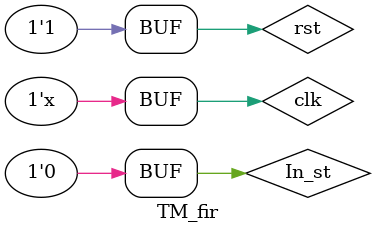
<source format=v>

module TM_fir();
	reg clk, In_st, rst;
	wire signed[15:0]out;
	wire Out_st;
	
	total_fir TM( .total_out(out), .Out_st(Out_st), .In_st(In_st), .rst(rst), .clk(clk));
	
	always #25 clk = ~clk;
	initial begin
		clk = 1'b1;
		In_st = 1'b0;
		rst = 1'b1;
		#10
		rst = 1'b0;
		#15
		rst = 1'b1;
		In_st = 1'b1;
		#50
		In_st = 1'b0;
	end
endmodule
</source>
